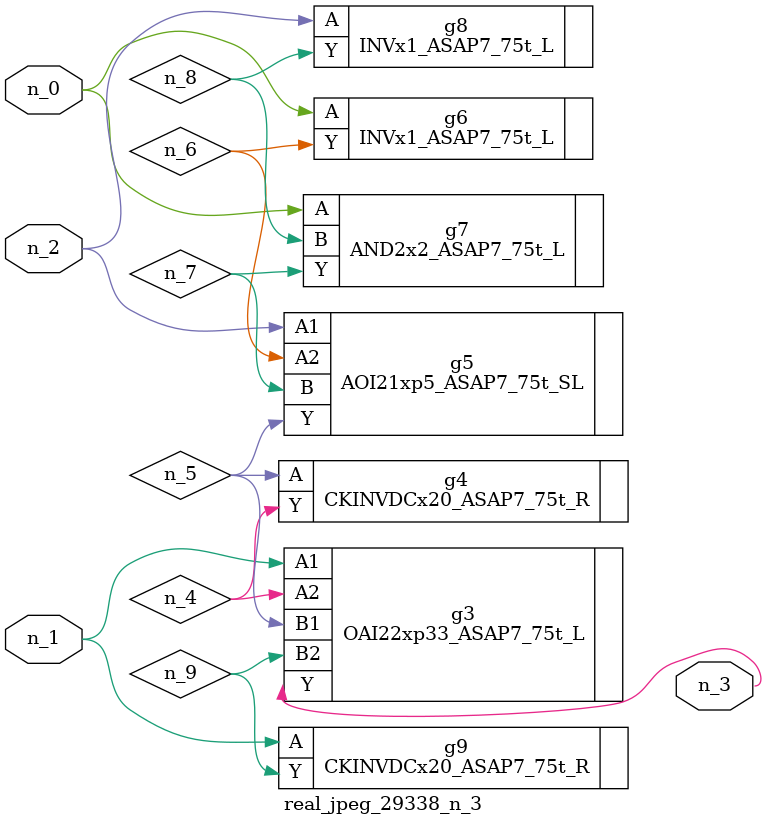
<source format=v>
module real_jpeg_29338_n_3 (n_1, n_0, n_2, n_3);

input n_1;
input n_0;
input n_2;

output n_3;

wire n_5;
wire n_4;
wire n_8;
wire n_6;
wire n_7;
wire n_9;

INVx1_ASAP7_75t_L g6 ( 
.A(n_0),
.Y(n_6)
);

AND2x2_ASAP7_75t_L g7 ( 
.A(n_0),
.B(n_8),
.Y(n_7)
);

OAI22xp33_ASAP7_75t_L g3 ( 
.A1(n_1),
.A2(n_4),
.B1(n_5),
.B2(n_9),
.Y(n_3)
);

CKINVDCx20_ASAP7_75t_R g9 ( 
.A(n_1),
.Y(n_9)
);

AOI21xp5_ASAP7_75t_SL g5 ( 
.A1(n_2),
.A2(n_6),
.B(n_7),
.Y(n_5)
);

INVx1_ASAP7_75t_L g8 ( 
.A(n_2),
.Y(n_8)
);

CKINVDCx20_ASAP7_75t_R g4 ( 
.A(n_5),
.Y(n_4)
);


endmodule
</source>
